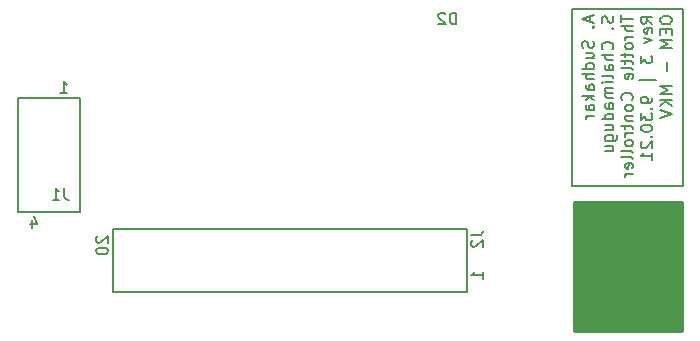
<source format=gbr>
G04 #@! TF.GenerationSoftware,KiCad,Pcbnew,(5.1.10-1-10_14)*
G04 #@! TF.CreationDate,2021-10-01T01:12:16-04:00*
G04 #@! TF.ProjectId,throttle,7468726f-7474-46c6-952e-6b696361645f,rev?*
G04 #@! TF.SameCoordinates,Original*
G04 #@! TF.FileFunction,Legend,Bot*
G04 #@! TF.FilePolarity,Positive*
%FSLAX46Y46*%
G04 Gerber Fmt 4.6, Leading zero omitted, Abs format (unit mm)*
G04 Created by KiCad (PCBNEW (5.1.10-1-10_14)) date 2021-10-01 01:12:16*
%MOMM*%
%LPD*%
G01*
G04 APERTURE LIST*
%ADD10C,0.150000*%
%ADD11C,0.254000*%
%ADD12C,0.100000*%
G04 APERTURE END LIST*
D10*
X217678000Y-84328000D02*
X217678000Y-69342000D01*
X217932000Y-84328000D02*
X217678000Y-84328000D01*
X227076000Y-84328000D02*
X217932000Y-84328000D01*
X227076000Y-69342000D02*
X227076000Y-84328000D01*
X217678000Y-69342000D02*
X227076000Y-69342000D01*
X219236666Y-69967976D02*
X219236666Y-70444166D01*
X219522380Y-69872738D02*
X218522380Y-70206071D01*
X219522380Y-70539404D01*
X219427142Y-70872738D02*
X219474761Y-70920357D01*
X219522380Y-70872738D01*
X219474761Y-70825119D01*
X219427142Y-70872738D01*
X219522380Y-70872738D01*
X219474761Y-72063214D02*
X219522380Y-72206071D01*
X219522380Y-72444166D01*
X219474761Y-72539404D01*
X219427142Y-72587023D01*
X219331904Y-72634642D01*
X219236666Y-72634642D01*
X219141428Y-72587023D01*
X219093809Y-72539404D01*
X219046190Y-72444166D01*
X218998571Y-72253690D01*
X218950952Y-72158452D01*
X218903333Y-72110833D01*
X218808095Y-72063214D01*
X218712857Y-72063214D01*
X218617619Y-72110833D01*
X218570000Y-72158452D01*
X218522380Y-72253690D01*
X218522380Y-72491785D01*
X218570000Y-72634642D01*
X218855714Y-73491785D02*
X219522380Y-73491785D01*
X218855714Y-73063214D02*
X219379523Y-73063214D01*
X219474761Y-73110833D01*
X219522380Y-73206071D01*
X219522380Y-73348928D01*
X219474761Y-73444166D01*
X219427142Y-73491785D01*
X219522380Y-74396547D02*
X218522380Y-74396547D01*
X219474761Y-74396547D02*
X219522380Y-74301309D01*
X219522380Y-74110833D01*
X219474761Y-74015595D01*
X219427142Y-73967976D01*
X219331904Y-73920357D01*
X219046190Y-73920357D01*
X218950952Y-73967976D01*
X218903333Y-74015595D01*
X218855714Y-74110833D01*
X218855714Y-74301309D01*
X218903333Y-74396547D01*
X219522380Y-74872738D02*
X218522380Y-74872738D01*
X219522380Y-75301309D02*
X218998571Y-75301309D01*
X218903333Y-75253690D01*
X218855714Y-75158452D01*
X218855714Y-75015595D01*
X218903333Y-74920357D01*
X218950952Y-74872738D01*
X219522380Y-76206071D02*
X218998571Y-76206071D01*
X218903333Y-76158452D01*
X218855714Y-76063214D01*
X218855714Y-75872738D01*
X218903333Y-75777500D01*
X219474761Y-76206071D02*
X219522380Y-76110833D01*
X219522380Y-75872738D01*
X219474761Y-75777500D01*
X219379523Y-75729880D01*
X219284285Y-75729880D01*
X219189047Y-75777500D01*
X219141428Y-75872738D01*
X219141428Y-76110833D01*
X219093809Y-76206071D01*
X219522380Y-76682261D02*
X218522380Y-76682261D01*
X219141428Y-76777500D02*
X219522380Y-77063214D01*
X218855714Y-77063214D02*
X219236666Y-76682261D01*
X219522380Y-77920357D02*
X218998571Y-77920357D01*
X218903333Y-77872738D01*
X218855714Y-77777500D01*
X218855714Y-77587023D01*
X218903333Y-77491785D01*
X219474761Y-77920357D02*
X219522380Y-77825119D01*
X219522380Y-77587023D01*
X219474761Y-77491785D01*
X219379523Y-77444166D01*
X219284285Y-77444166D01*
X219189047Y-77491785D01*
X219141428Y-77587023D01*
X219141428Y-77825119D01*
X219093809Y-77920357D01*
X219522380Y-78396547D02*
X218855714Y-78396547D01*
X219046190Y-78396547D02*
X218950952Y-78444166D01*
X218903333Y-78491785D01*
X218855714Y-78587023D01*
X218855714Y-78682261D01*
X221124761Y-69967976D02*
X221172380Y-70110833D01*
X221172380Y-70348928D01*
X221124761Y-70444166D01*
X221077142Y-70491785D01*
X220981904Y-70539404D01*
X220886666Y-70539404D01*
X220791428Y-70491785D01*
X220743809Y-70444166D01*
X220696190Y-70348928D01*
X220648571Y-70158452D01*
X220600952Y-70063214D01*
X220553333Y-70015595D01*
X220458095Y-69967976D01*
X220362857Y-69967976D01*
X220267619Y-70015595D01*
X220220000Y-70063214D01*
X220172380Y-70158452D01*
X220172380Y-70396547D01*
X220220000Y-70539404D01*
X221077142Y-70967976D02*
X221124761Y-71015595D01*
X221172380Y-70967976D01*
X221124761Y-70920357D01*
X221077142Y-70967976D01*
X221172380Y-70967976D01*
X221077142Y-72777500D02*
X221124761Y-72729880D01*
X221172380Y-72587023D01*
X221172380Y-72491785D01*
X221124761Y-72348928D01*
X221029523Y-72253690D01*
X220934285Y-72206071D01*
X220743809Y-72158452D01*
X220600952Y-72158452D01*
X220410476Y-72206071D01*
X220315238Y-72253690D01*
X220220000Y-72348928D01*
X220172380Y-72491785D01*
X220172380Y-72587023D01*
X220220000Y-72729880D01*
X220267619Y-72777500D01*
X221172380Y-73206071D02*
X220172380Y-73206071D01*
X221172380Y-73634642D02*
X220648571Y-73634642D01*
X220553333Y-73587023D01*
X220505714Y-73491785D01*
X220505714Y-73348928D01*
X220553333Y-73253690D01*
X220600952Y-73206071D01*
X221172380Y-74539404D02*
X220648571Y-74539404D01*
X220553333Y-74491785D01*
X220505714Y-74396547D01*
X220505714Y-74206071D01*
X220553333Y-74110833D01*
X221124761Y-74539404D02*
X221172380Y-74444166D01*
X221172380Y-74206071D01*
X221124761Y-74110833D01*
X221029523Y-74063214D01*
X220934285Y-74063214D01*
X220839047Y-74110833D01*
X220791428Y-74206071D01*
X220791428Y-74444166D01*
X220743809Y-74539404D01*
X221172380Y-75158452D02*
X221124761Y-75063214D01*
X221029523Y-75015595D01*
X220172380Y-75015595D01*
X221172380Y-75539404D02*
X220505714Y-75539404D01*
X220172380Y-75539404D02*
X220220000Y-75491785D01*
X220267619Y-75539404D01*
X220220000Y-75587023D01*
X220172380Y-75539404D01*
X220267619Y-75539404D01*
X221172380Y-76015595D02*
X220505714Y-76015595D01*
X220600952Y-76015595D02*
X220553333Y-76063214D01*
X220505714Y-76158452D01*
X220505714Y-76301309D01*
X220553333Y-76396547D01*
X220648571Y-76444166D01*
X221172380Y-76444166D01*
X220648571Y-76444166D02*
X220553333Y-76491785D01*
X220505714Y-76587023D01*
X220505714Y-76729880D01*
X220553333Y-76825119D01*
X220648571Y-76872738D01*
X221172380Y-76872738D01*
X221172380Y-77777500D02*
X220648571Y-77777500D01*
X220553333Y-77729880D01*
X220505714Y-77634642D01*
X220505714Y-77444166D01*
X220553333Y-77348928D01*
X221124761Y-77777500D02*
X221172380Y-77682261D01*
X221172380Y-77444166D01*
X221124761Y-77348928D01*
X221029523Y-77301309D01*
X220934285Y-77301309D01*
X220839047Y-77348928D01*
X220791428Y-77444166D01*
X220791428Y-77682261D01*
X220743809Y-77777500D01*
X221172380Y-78682261D02*
X220172380Y-78682261D01*
X221124761Y-78682261D02*
X221172380Y-78587023D01*
X221172380Y-78396547D01*
X221124761Y-78301309D01*
X221077142Y-78253690D01*
X220981904Y-78206071D01*
X220696190Y-78206071D01*
X220600952Y-78253690D01*
X220553333Y-78301309D01*
X220505714Y-78396547D01*
X220505714Y-78587023D01*
X220553333Y-78682261D01*
X220505714Y-79587023D02*
X221172380Y-79587023D01*
X220505714Y-79158452D02*
X221029523Y-79158452D01*
X221124761Y-79206071D01*
X221172380Y-79301309D01*
X221172380Y-79444166D01*
X221124761Y-79539404D01*
X221077142Y-79587023D01*
X220505714Y-80491785D02*
X221315238Y-80491785D01*
X221410476Y-80444166D01*
X221458095Y-80396547D01*
X221505714Y-80301309D01*
X221505714Y-80158452D01*
X221458095Y-80063214D01*
X221124761Y-80491785D02*
X221172380Y-80396547D01*
X221172380Y-80206071D01*
X221124761Y-80110833D01*
X221077142Y-80063214D01*
X220981904Y-80015595D01*
X220696190Y-80015595D01*
X220600952Y-80063214D01*
X220553333Y-80110833D01*
X220505714Y-80206071D01*
X220505714Y-80396547D01*
X220553333Y-80491785D01*
X220505714Y-81396547D02*
X221172380Y-81396547D01*
X220505714Y-80967976D02*
X221029523Y-80967976D01*
X221124761Y-81015595D01*
X221172380Y-81110833D01*
X221172380Y-81253690D01*
X221124761Y-81348928D01*
X221077142Y-81396547D01*
X221822380Y-69872738D02*
X221822380Y-70444166D01*
X222822380Y-70158452D02*
X221822380Y-70158452D01*
X222822380Y-70777500D02*
X221822380Y-70777500D01*
X222822380Y-71206071D02*
X222298571Y-71206071D01*
X222203333Y-71158452D01*
X222155714Y-71063214D01*
X222155714Y-70920357D01*
X222203333Y-70825119D01*
X222250952Y-70777500D01*
X222822380Y-71682261D02*
X222155714Y-71682261D01*
X222346190Y-71682261D02*
X222250952Y-71729880D01*
X222203333Y-71777500D01*
X222155714Y-71872738D01*
X222155714Y-71967976D01*
X222822380Y-72444166D02*
X222774761Y-72348928D01*
X222727142Y-72301309D01*
X222631904Y-72253690D01*
X222346190Y-72253690D01*
X222250952Y-72301309D01*
X222203333Y-72348928D01*
X222155714Y-72444166D01*
X222155714Y-72587023D01*
X222203333Y-72682261D01*
X222250952Y-72729880D01*
X222346190Y-72777500D01*
X222631904Y-72777500D01*
X222727142Y-72729880D01*
X222774761Y-72682261D01*
X222822380Y-72587023D01*
X222822380Y-72444166D01*
X222155714Y-73063214D02*
X222155714Y-73444166D01*
X221822380Y-73206071D02*
X222679523Y-73206071D01*
X222774761Y-73253690D01*
X222822380Y-73348928D01*
X222822380Y-73444166D01*
X222155714Y-73634642D02*
X222155714Y-74015595D01*
X221822380Y-73777500D02*
X222679523Y-73777500D01*
X222774761Y-73825119D01*
X222822380Y-73920357D01*
X222822380Y-74015595D01*
X222822380Y-74491785D02*
X222774761Y-74396547D01*
X222679523Y-74348928D01*
X221822380Y-74348928D01*
X222774761Y-75253690D02*
X222822380Y-75158452D01*
X222822380Y-74967976D01*
X222774761Y-74872738D01*
X222679523Y-74825119D01*
X222298571Y-74825119D01*
X222203333Y-74872738D01*
X222155714Y-74967976D01*
X222155714Y-75158452D01*
X222203333Y-75253690D01*
X222298571Y-75301309D01*
X222393809Y-75301309D01*
X222489047Y-74825119D01*
X222727142Y-77063214D02*
X222774761Y-77015595D01*
X222822380Y-76872738D01*
X222822380Y-76777500D01*
X222774761Y-76634642D01*
X222679523Y-76539404D01*
X222584285Y-76491785D01*
X222393809Y-76444166D01*
X222250952Y-76444166D01*
X222060476Y-76491785D01*
X221965238Y-76539404D01*
X221870000Y-76634642D01*
X221822380Y-76777500D01*
X221822380Y-76872738D01*
X221870000Y-77015595D01*
X221917619Y-77063214D01*
X222822380Y-77634642D02*
X222774761Y-77539404D01*
X222727142Y-77491785D01*
X222631904Y-77444166D01*
X222346190Y-77444166D01*
X222250952Y-77491785D01*
X222203333Y-77539404D01*
X222155714Y-77634642D01*
X222155714Y-77777500D01*
X222203333Y-77872738D01*
X222250952Y-77920357D01*
X222346190Y-77967976D01*
X222631904Y-77967976D01*
X222727142Y-77920357D01*
X222774761Y-77872738D01*
X222822380Y-77777500D01*
X222822380Y-77634642D01*
X222155714Y-78396547D02*
X222822380Y-78396547D01*
X222250952Y-78396547D02*
X222203333Y-78444166D01*
X222155714Y-78539404D01*
X222155714Y-78682261D01*
X222203333Y-78777500D01*
X222298571Y-78825119D01*
X222822380Y-78825119D01*
X222155714Y-79158452D02*
X222155714Y-79539404D01*
X221822380Y-79301309D02*
X222679523Y-79301309D01*
X222774761Y-79348928D01*
X222822380Y-79444166D01*
X222822380Y-79539404D01*
X222822380Y-79872738D02*
X222155714Y-79872738D01*
X222346190Y-79872738D02*
X222250952Y-79920357D01*
X222203333Y-79967976D01*
X222155714Y-80063214D01*
X222155714Y-80158452D01*
X222822380Y-80634642D02*
X222774761Y-80539404D01*
X222727142Y-80491785D01*
X222631904Y-80444166D01*
X222346190Y-80444166D01*
X222250952Y-80491785D01*
X222203333Y-80539404D01*
X222155714Y-80634642D01*
X222155714Y-80777500D01*
X222203333Y-80872738D01*
X222250952Y-80920357D01*
X222346190Y-80967976D01*
X222631904Y-80967976D01*
X222727142Y-80920357D01*
X222774761Y-80872738D01*
X222822380Y-80777500D01*
X222822380Y-80634642D01*
X222822380Y-81539404D02*
X222774761Y-81444166D01*
X222679523Y-81396547D01*
X221822380Y-81396547D01*
X222822380Y-82063214D02*
X222774761Y-81967976D01*
X222679523Y-81920357D01*
X221822380Y-81920357D01*
X222774761Y-82825119D02*
X222822380Y-82729880D01*
X222822380Y-82539404D01*
X222774761Y-82444166D01*
X222679523Y-82396547D01*
X222298571Y-82396547D01*
X222203333Y-82444166D01*
X222155714Y-82539404D01*
X222155714Y-82729880D01*
X222203333Y-82825119D01*
X222298571Y-82872738D01*
X222393809Y-82872738D01*
X222489047Y-82396547D01*
X222822380Y-83301309D02*
X222155714Y-83301309D01*
X222346190Y-83301309D02*
X222250952Y-83348928D01*
X222203333Y-83396547D01*
X222155714Y-83491785D01*
X222155714Y-83587023D01*
X224472380Y-70587023D02*
X223996190Y-70253690D01*
X224472380Y-70015595D02*
X223472380Y-70015595D01*
X223472380Y-70396547D01*
X223520000Y-70491785D01*
X223567619Y-70539404D01*
X223662857Y-70587023D01*
X223805714Y-70587023D01*
X223900952Y-70539404D01*
X223948571Y-70491785D01*
X223996190Y-70396547D01*
X223996190Y-70015595D01*
X224424761Y-71396547D02*
X224472380Y-71301309D01*
X224472380Y-71110833D01*
X224424761Y-71015595D01*
X224329523Y-70967976D01*
X223948571Y-70967976D01*
X223853333Y-71015595D01*
X223805714Y-71110833D01*
X223805714Y-71301309D01*
X223853333Y-71396547D01*
X223948571Y-71444166D01*
X224043809Y-71444166D01*
X224139047Y-70967976D01*
X223805714Y-71777500D02*
X224472380Y-72015595D01*
X223805714Y-72253690D01*
X223472380Y-73301309D02*
X223472380Y-73920357D01*
X223853333Y-73587023D01*
X223853333Y-73729880D01*
X223900952Y-73825119D01*
X223948571Y-73872738D01*
X224043809Y-73920357D01*
X224281904Y-73920357D01*
X224377142Y-73872738D01*
X224424761Y-73825119D01*
X224472380Y-73729880D01*
X224472380Y-73444166D01*
X224424761Y-73348928D01*
X224377142Y-73301309D01*
X224805714Y-75348928D02*
X223377142Y-75348928D01*
X224472380Y-76872738D02*
X224472380Y-77063214D01*
X224424761Y-77158452D01*
X224377142Y-77206071D01*
X224234285Y-77301309D01*
X224043809Y-77348928D01*
X223662857Y-77348928D01*
X223567619Y-77301309D01*
X223520000Y-77253690D01*
X223472380Y-77158452D01*
X223472380Y-76967976D01*
X223520000Y-76872738D01*
X223567619Y-76825119D01*
X223662857Y-76777500D01*
X223900952Y-76777500D01*
X223996190Y-76825119D01*
X224043809Y-76872738D01*
X224091428Y-76967976D01*
X224091428Y-77158452D01*
X224043809Y-77253690D01*
X223996190Y-77301309D01*
X223900952Y-77348928D01*
X224377142Y-77777500D02*
X224424761Y-77825119D01*
X224472380Y-77777500D01*
X224424761Y-77729880D01*
X224377142Y-77777500D01*
X224472380Y-77777500D01*
X223472380Y-78158452D02*
X223472380Y-78777500D01*
X223853333Y-78444166D01*
X223853333Y-78587023D01*
X223900952Y-78682261D01*
X223948571Y-78729880D01*
X224043809Y-78777500D01*
X224281904Y-78777500D01*
X224377142Y-78729880D01*
X224424761Y-78682261D01*
X224472380Y-78587023D01*
X224472380Y-78301309D01*
X224424761Y-78206071D01*
X224377142Y-78158452D01*
X223472380Y-79396547D02*
X223472380Y-79491785D01*
X223520000Y-79587023D01*
X223567619Y-79634642D01*
X223662857Y-79682261D01*
X223853333Y-79729880D01*
X224091428Y-79729880D01*
X224281904Y-79682261D01*
X224377142Y-79634642D01*
X224424761Y-79587023D01*
X224472380Y-79491785D01*
X224472380Y-79396547D01*
X224424761Y-79301309D01*
X224377142Y-79253690D01*
X224281904Y-79206071D01*
X224091428Y-79158452D01*
X223853333Y-79158452D01*
X223662857Y-79206071D01*
X223567619Y-79253690D01*
X223520000Y-79301309D01*
X223472380Y-79396547D01*
X224377142Y-80158452D02*
X224424761Y-80206071D01*
X224472380Y-80158452D01*
X224424761Y-80110833D01*
X224377142Y-80158452D01*
X224472380Y-80158452D01*
X223567619Y-80587023D02*
X223520000Y-80634642D01*
X223472380Y-80729880D01*
X223472380Y-80967976D01*
X223520000Y-81063214D01*
X223567619Y-81110833D01*
X223662857Y-81158452D01*
X223758095Y-81158452D01*
X223900952Y-81110833D01*
X224472380Y-80539404D01*
X224472380Y-81158452D01*
X224472380Y-82110833D02*
X224472380Y-81539404D01*
X224472380Y-81825119D02*
X223472380Y-81825119D01*
X223615238Y-81729880D01*
X223710476Y-81634642D01*
X223758095Y-81539404D01*
X225122380Y-70206071D02*
X225122380Y-70396547D01*
X225170000Y-70491785D01*
X225265238Y-70587023D01*
X225455714Y-70634642D01*
X225789047Y-70634642D01*
X225979523Y-70587023D01*
X226074761Y-70491785D01*
X226122380Y-70396547D01*
X226122380Y-70206071D01*
X226074761Y-70110833D01*
X225979523Y-70015595D01*
X225789047Y-69967976D01*
X225455714Y-69967976D01*
X225265238Y-70015595D01*
X225170000Y-70110833D01*
X225122380Y-70206071D01*
X225598571Y-71063214D02*
X225598571Y-71396547D01*
X226122380Y-71539404D02*
X226122380Y-71063214D01*
X225122380Y-71063214D01*
X225122380Y-71539404D01*
X226122380Y-71967976D02*
X225122380Y-71967976D01*
X225836666Y-72301309D01*
X225122380Y-72634642D01*
X226122380Y-72634642D01*
X225741428Y-73872738D02*
X225741428Y-74634642D01*
X226122380Y-75872738D02*
X225122380Y-75872738D01*
X225836666Y-76206071D01*
X225122380Y-76539404D01*
X226122380Y-76539404D01*
X226122380Y-77015595D02*
X225122380Y-77015595D01*
X226122380Y-77587023D02*
X225550952Y-77158452D01*
X225122380Y-77587023D02*
X225693809Y-77015595D01*
X225122380Y-77872738D02*
X226122380Y-78206071D01*
X225122380Y-78539404D01*
X170730000Y-86570000D02*
X170730000Y-76880000D01*
X176030000Y-86570000D02*
X176030000Y-76880000D01*
X176030000Y-76880000D02*
X170730000Y-76880000D01*
X176030000Y-86570000D02*
X170730000Y-86570000D01*
X178785000Y-87980000D02*
X208795000Y-87980000D01*
X178785000Y-93280000D02*
X208795000Y-93280000D01*
X208795000Y-93280000D02*
X208795000Y-87980000D01*
X178785000Y-93280000D02*
X178785000Y-87980000D01*
X207888095Y-70652380D02*
X207888095Y-69652380D01*
X207650000Y-69652380D01*
X207507142Y-69700000D01*
X207411904Y-69795238D01*
X207364285Y-69890476D01*
X207316666Y-70080952D01*
X207316666Y-70223809D01*
X207364285Y-70414285D01*
X207411904Y-70509523D01*
X207507142Y-70604761D01*
X207650000Y-70652380D01*
X207888095Y-70652380D01*
X206935714Y-69747619D02*
X206888095Y-69700000D01*
X206792857Y-69652380D01*
X206554761Y-69652380D01*
X206459523Y-69700000D01*
X206411904Y-69747619D01*
X206364285Y-69842857D01*
X206364285Y-69938095D01*
X206411904Y-70080952D01*
X206983333Y-70652380D01*
X206364285Y-70652380D01*
X174694133Y-84496580D02*
X174694133Y-85210866D01*
X174741752Y-85353723D01*
X174836990Y-85448961D01*
X174979847Y-85496580D01*
X175075085Y-85496580D01*
X173694133Y-85496580D02*
X174265561Y-85496580D01*
X173979847Y-85496580D02*
X173979847Y-84496580D01*
X174075085Y-84639438D01*
X174170323Y-84734676D01*
X174265561Y-84782295D01*
X171919523Y-87225714D02*
X171919523Y-87892380D01*
X172157619Y-86844761D02*
X172395714Y-87559047D01*
X171776666Y-87559047D01*
X174364285Y-76462380D02*
X174935714Y-76462380D01*
X174650000Y-76462380D02*
X174650000Y-75462380D01*
X174745238Y-75605238D01*
X174840476Y-75700476D01*
X174935714Y-75748095D01*
X209120780Y-88492966D02*
X209835066Y-88492966D01*
X209977923Y-88445347D01*
X210073161Y-88350109D01*
X210120780Y-88207252D01*
X210120780Y-88112014D01*
X209216019Y-88921538D02*
X209168400Y-88969157D01*
X209120780Y-89064395D01*
X209120780Y-89302490D01*
X209168400Y-89397728D01*
X209216019Y-89445347D01*
X209311257Y-89492966D01*
X209406495Y-89492966D01*
X209549352Y-89445347D01*
X210120780Y-88873919D01*
X210120780Y-89492966D01*
X177462619Y-88598095D02*
X177415000Y-88645714D01*
X177367380Y-88740952D01*
X177367380Y-88979047D01*
X177415000Y-89074285D01*
X177462619Y-89121904D01*
X177557857Y-89169523D01*
X177653095Y-89169523D01*
X177795952Y-89121904D01*
X178367380Y-88550476D01*
X178367380Y-89169523D01*
X177367380Y-89788571D02*
X177367380Y-89883809D01*
X177415000Y-89979047D01*
X177462619Y-90026666D01*
X177557857Y-90074285D01*
X177748333Y-90121904D01*
X177986428Y-90121904D01*
X178176904Y-90074285D01*
X178272142Y-90026666D01*
X178319761Y-89979047D01*
X178367380Y-89883809D01*
X178367380Y-89788571D01*
X178319761Y-89693333D01*
X178272142Y-89645714D01*
X178176904Y-89598095D01*
X177986428Y-89550476D01*
X177748333Y-89550476D01*
X177557857Y-89598095D01*
X177462619Y-89645714D01*
X177415000Y-89693333D01*
X177367380Y-89788571D01*
X210117380Y-92185714D02*
X210117380Y-91614285D01*
X210117380Y-91900000D02*
X209117380Y-91900000D01*
X209260238Y-91804761D01*
X209355476Y-91709523D01*
X209403095Y-91614285D01*
D11*
X226949000Y-96647000D02*
X217805000Y-96647000D01*
X217805000Y-85725000D01*
X226949000Y-85725000D01*
X226949000Y-96647000D01*
D12*
G36*
X226949000Y-96647000D02*
G01*
X217805000Y-96647000D01*
X217805000Y-85725000D01*
X226949000Y-85725000D01*
X226949000Y-96647000D01*
G37*
M02*

</source>
